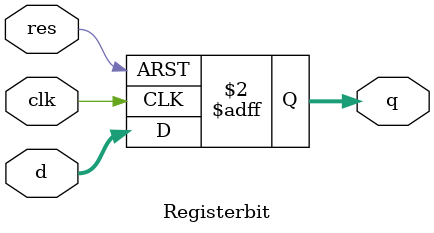
<source format=v>
module Registerbit(
   input wire clk,
   input wire res,
   
   input wire [6:0] d,
   output reg [6:0] q


);
  always@(posedge clk,posedge res)
  begin
    if(res)
    q<=7'b0000_000;
    else
    q<=d;
  end
  

endmodule
</source>
